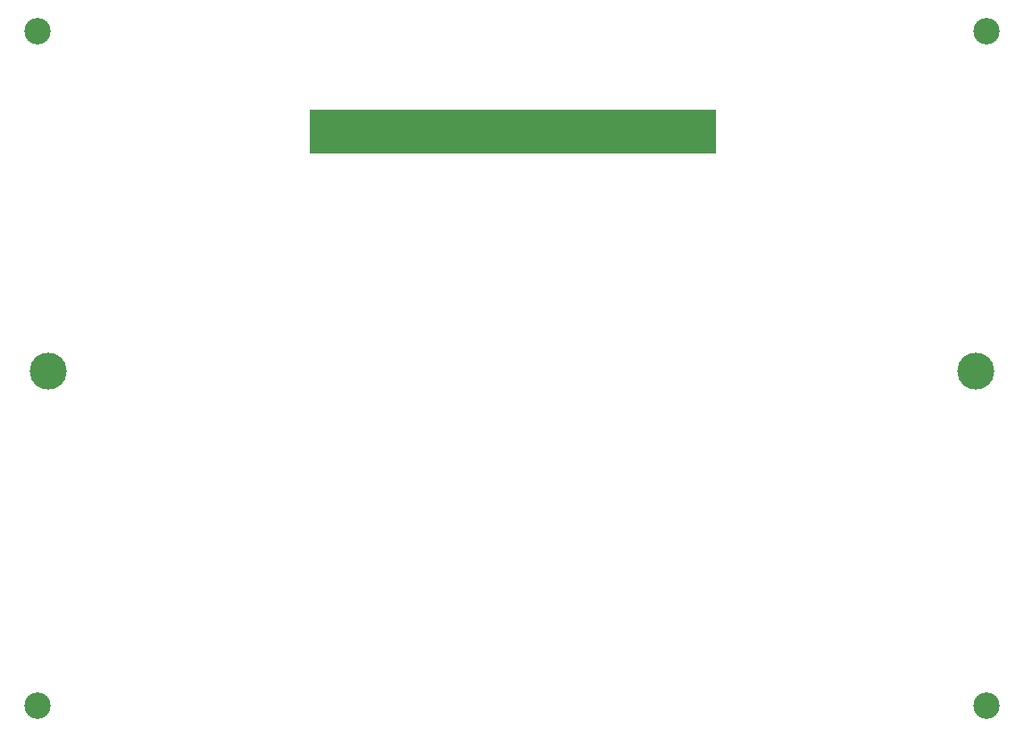
<source format=gbr>
%TF.GenerationSoftware,KiCad,Pcbnew,5.1.9-73d0e3b20d~88~ubuntu20.04.1*%
%TF.CreationDate,2021-02-23T12:37:05-08:00*%
%TF.ProjectId,cover_50x50,636f7665-725f-4353-9078-35302e6b6963,rev?*%
%TF.SameCoordinates,Original*%
%TF.FileFunction,Soldermask,Bot*%
%TF.FilePolarity,Negative*%
%FSLAX46Y46*%
G04 Gerber Fmt 4.6, Leading zero omitted, Abs format (unit mm)*
G04 Created by KiCad (PCBNEW 5.1.9-73d0e3b20d~88~ubuntu20.04.1) date 2021-02-23 12:37:05*
%MOMM*%
%LPD*%
G01*
G04 APERTURE LIST*
%ADD10C,0.100000*%
%ADD11C,3.500000*%
%ADD12C,2.500000*%
G04 APERTURE END LIST*
D10*
G36*
X184000000Y-69500000D02*
G01*
X145550000Y-69500000D01*
X145550000Y-65500000D01*
X184000000Y-65500000D01*
X184000000Y-69500000D01*
G37*
X184000000Y-69500000D02*
X145550000Y-69500000D01*
X145550000Y-65500000D01*
X184000000Y-65500000D01*
X184000000Y-69500000D01*
D11*
%TO.C,H6*%
X120750000Y-90250000D03*
%TD*%
%TO.C,H5*%
X208750000Y-90250000D03*
%TD*%
D12*
%TO.C,H4*%
X209750000Y-122000000D03*
%TD*%
%TO.C,H3*%
X119750000Y-58000000D03*
%TD*%
%TO.C,H2*%
X119750000Y-122000000D03*
%TD*%
%TO.C,H1*%
X209750000Y-58000000D03*
%TD*%
M02*

</source>
